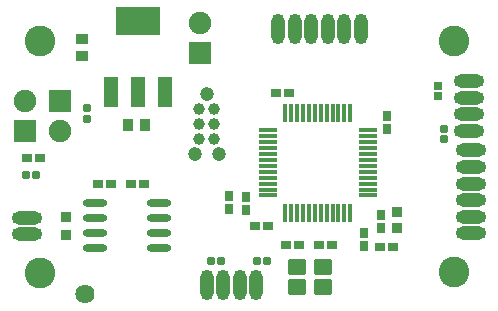
<source format=gts>
G04 Layer: TopSolderMaskLayer*
G04 EasyEDA v6.5.40, 2024-02-03 19:01:27*
G04 629f34bd56064ca5b14c1ddf27600c48,2e16165ee3bb4678bfb3015e44e098b9,10*
G04 Gerber Generator version 0.2*
G04 Scale: 100 percent, Rotated: No, Reflected: No *
G04 Dimensions in millimeters *
G04 leading zeros omitted , absolute positions ,4 integer and 5 decimal *
%FSLAX45Y45*%
%MOMM*%

%AMMACRO1*1,1,$1,$2,$3*1,1,$1,$4,$5*1,1,$1,0-$2,0-$3*1,1,$1,0-$4,0-$5*20,1,$1,$2,$3,$4,$5,0*20,1,$1,$4,$5,0-$2,0-$3,0*20,1,$1,0-$2,0-$3,0-$4,0-$5,0*20,1,$1,0-$4,0-$5,$2,$3,0*4,1,4,$2,$3,$4,$5,0-$2,0-$3,0-$4,0-$5,$2,$3,0*%
%ADD10C,1.6256*%
%ADD11MACRO1,0.1016X-0.395X-0.27X-0.395X0.27*%
%ADD12MACRO1,0.1016X0.395X-0.27X0.395X0.27*%
%ADD13MACRO1,0.1016X0.395X0.27X0.395X-0.27*%
%ADD14MACRO1,0.1016X-0.395X0.27X-0.395X-0.27*%
%ADD15R,0.6416X0.8917*%
%ADD16MACRO1,0.1016X-0.27X0.395X0.27X0.395*%
%ADD17MACRO1,0.1016X-0.27X-0.395X0.27X-0.395*%
%ADD19R,1.0016X0.9016*%
%ADD20MACRO1,0.1016X-0.4X0.45X0.4X0.45*%
%ADD21C,1.9016*%
%ADD22R,1.9016X1.9016*%
%ADD23MACRO1,0.1016X0.9X0.9X0.9X-0.9*%
%ADD24O,2.051812X0.6700012*%
%ADD25MACRO1,0.1016X0.55X1.25X0.55X-1.25*%
%ADD26MACRO1,0.1016X1.8X-1.17X-1.8X-1.17*%
%ADD27O,1.1015979999999999X2.601595*%
%ADD28O,2.601595X1.1015979999999999*%
%ADD29O,0.3700272X1.6000222*%
%ADD30O,1.6000222X0.3700272*%
%ADD31MACRO1,0.1016X0.7X-0.6X-0.7X-0.6*%
%ADD32C,0.9906*%
%ADD33C,1.1938*%
%ADD34R,0.9656X0.9016*%
%ADD35MACRO1,0.1016X0.2828X0.27X0.2828X-0.27*%
%ADD36MACRO1,0.1016X-0.2828X0.27X-0.2828X-0.27*%
%ADD37R,0.9656X0.9081*%
%ADD38MACRO1,0.1016X-0.2828X-0.27X-0.2828X0.27*%
%ADD39MACRO1,0.1016X0.2828X-0.27X0.2828X0.27*%
%ADD40R,0.6416X0.6673*%
%ADD41MACRO1,0.1016X-0.27X0.2828X0.27X0.2828*%
%ADD42MACRO1,0.1016X-0.27X-0.2828X0.27X-0.2828*%
%ADD43C,2.6016*%

%LPD*%
D10*
G01*
X710006Y-2534996D03*
D11*
G01*
X1209504Y-1599996D03*
D12*
G01*
X1100493Y-1599996D03*
D13*
G01*
X820493Y-1599996D03*
D14*
G01*
X929505Y-1599996D03*
D13*
G01*
X220494Y-1384998D03*
D14*
G01*
X329506Y-1384998D03*
D11*
G01*
X2259502Y-1959996D03*
D12*
G01*
X2150490Y-1959996D03*
D15*
G01*
X3269995Y-1025499D03*
G01*
X3269995Y-1134516D03*
D16*
G01*
X2069995Y-1824502D03*
D17*
G01*
X2069995Y-1715490D03*
D13*
G01*
X2330490Y-829998D03*
D14*
G01*
X2439502Y-829998D03*
D19*
G01*
X685800Y-377545D03*
G01*
X685800Y-517550D03*
D20*
G01*
X1212999Y-1107948D03*
G01*
X1073000Y-1107948D03*
D21*
G01*
X204978Y-902970D03*
D22*
G01*
X204978Y-1156970D03*
D21*
G01*
X1685036Y-243078D03*
D22*
G01*
X1685036Y-497078D03*
D21*
G01*
X497078Y-1156970D03*
D23*
G01*
X497077Y-902969D03*
D24*
G01*
X1337310Y-2149347D03*
G01*
X1337310Y-2022347D03*
G01*
X1337310Y-1895347D03*
G01*
X1337310Y-1768347D03*
G01*
X796289Y-2149347D03*
G01*
X796289Y-2022347D03*
G01*
X796289Y-1895347D03*
G01*
X796289Y-1768347D03*
D25*
G01*
X925799Y-820741D03*
G01*
X1155796Y-820741D03*
G01*
X1385793Y-820741D03*
D26*
G01*
X1155796Y-226745D03*
D27*
G01*
X1739950Y-2459989D03*
G01*
X1879955Y-2459989D03*
G01*
X2019960Y-2459989D03*
G01*
X2159965Y-2459989D03*
D28*
G01*
X3962400Y-733602D03*
G01*
X3962400Y-873607D03*
G01*
X3962400Y-1013612D03*
G01*
X3962400Y-1153617D03*
G01*
X3975100Y-2020036D03*
G01*
X3975100Y-1880057D03*
G01*
X3975100Y-1740052D03*
G01*
X3975100Y-1600047D03*
G01*
X3975100Y-1460042D03*
G01*
X3975100Y-1320037D03*
D27*
G01*
X2344953Y-290068D03*
G01*
X2484932Y-290068D03*
G01*
X2624937Y-290068D03*
G01*
X2764942Y-290068D03*
G01*
X2904947Y-290068D03*
G01*
X3044952Y-290068D03*
D29*
G01*
X2404694Y-1850440D03*
G01*
X2454706Y-1850440D03*
G01*
X2504693Y-1850440D03*
G01*
X2554706Y-1850440D03*
G01*
X2604693Y-1850440D03*
G01*
X2654706Y-1850440D03*
G01*
X2704693Y-1850440D03*
G01*
X2754706Y-1850440D03*
G01*
X2804693Y-1850440D03*
G01*
X2854706Y-1850440D03*
G01*
X2904693Y-1850440D03*
G01*
X2954705Y-1850440D03*
D30*
G01*
X3104692Y-1700453D03*
G01*
X3104692Y-1650441D03*
G01*
X3104692Y-1600454D03*
G01*
X3104692Y-1550441D03*
G01*
X3104692Y-1500454D03*
G01*
X3104692Y-1450441D03*
G01*
X3104692Y-1400454D03*
G01*
X3104692Y-1350441D03*
G01*
X3104692Y-1300454D03*
G01*
X3104692Y-1250442D03*
G01*
X3104692Y-1200454D03*
G01*
X3104692Y-1150442D03*
D29*
G01*
X2954705Y-1000455D03*
G01*
X2904693Y-1000455D03*
G01*
X2854706Y-1000455D03*
G01*
X2804693Y-1000455D03*
G01*
X2754706Y-1000455D03*
G01*
X2704693Y-1000455D03*
G01*
X2654706Y-1000455D03*
G01*
X2604693Y-1000455D03*
G01*
X2554706Y-1000455D03*
G01*
X2504693Y-1000455D03*
G01*
X2454706Y-1000455D03*
G01*
X2404694Y-1000455D03*
D30*
G01*
X2254707Y-1150442D03*
G01*
X2254707Y-1200454D03*
G01*
X2254707Y-1250442D03*
G01*
X2254707Y-1300454D03*
G01*
X2254707Y-1350441D03*
G01*
X2254707Y-1400454D03*
G01*
X2254707Y-1450441D03*
G01*
X2254707Y-1500454D03*
G01*
X2254707Y-1550441D03*
G01*
X2254707Y-1600454D03*
G01*
X2254707Y-1650441D03*
G01*
X2254707Y-1700453D03*
D31*
G01*
X2726199Y-2303183D03*
G01*
X2506200Y-2303183D03*
G01*
X2506200Y-2478189D03*
G01*
X2726199Y-2478184D03*
D32*
G01*
X1676400Y-968298D03*
G01*
X1803400Y-968298D03*
G01*
X1676400Y-1095298D03*
G01*
X1803400Y-1095298D03*
G01*
X1676400Y-1222298D03*
G01*
X1803400Y-1222298D03*
D33*
G01*
X1841500Y-1349298D03*
G01*
X1638300Y-1349298D03*
G01*
X1739900Y-841298D03*
D34*
G01*
X3352825Y-1838096D03*
G01*
X3352825Y-1978101D03*
D35*
G01*
X1776713Y-2259998D03*
D36*
G01*
X1863279Y-2259998D03*
D15*
G01*
X3073400Y-2018690D03*
G01*
X3073400Y-2127707D03*
G01*
X3213100Y-1866290D03*
G01*
X3213100Y-1975307D03*
D11*
G01*
X3318405Y-2136701D03*
D12*
G01*
X3209394Y-2136701D03*
D11*
G01*
X2518305Y-2124001D03*
D12*
G01*
X2409294Y-2124001D03*
D13*
G01*
X2688694Y-2124001D03*
D14*
G01*
X2797705Y-2124001D03*
D16*
G01*
X1924997Y-1814502D03*
D17*
G01*
X1924997Y-1705490D03*
D37*
G01*
X546100Y-1883587D03*
G01*
X546100Y-2034235D03*
D35*
G01*
X206716Y-1529999D03*
D36*
G01*
X293282Y-1529999D03*
D38*
G01*
X2253278Y-2259998D03*
D39*
G01*
X2166712Y-2259998D03*
D40*
G01*
X3694988Y-771728D03*
G01*
X3694988Y-858291D03*
D41*
G01*
X3749992Y-1223283D03*
D42*
G01*
X3749992Y-1136717D03*
D41*
G01*
X723900Y-1049684D03*
D42*
G01*
X723900Y-963118D03*
D28*
G01*
X219989Y-1889988D03*
G01*
X219989Y-2029993D03*
D43*
G01*
X324993Y-389991D03*
G01*
X324993Y-2354986D03*
G01*
X3829989Y-394995D03*
G01*
X3829989Y-2353005D03*
M02*

</source>
